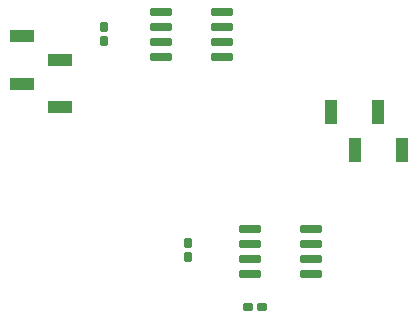
<source format=gbr>
%TF.GenerationSoftware,KiCad,Pcbnew,(6.0.10)*%
%TF.CreationDate,2023-03-04T21:34:46+00:00*%
%TF.ProjectId,INS_CW2_ABB_2,494e535f-4357-4325-9f41-42425f322e6b,rev?*%
%TF.SameCoordinates,Original*%
%TF.FileFunction,Soldermask,Top*%
%TF.FilePolarity,Negative*%
%FSLAX46Y46*%
G04 Gerber Fmt 4.6, Leading zero omitted, Abs format (unit mm)*
G04 Created by KiCad (PCBNEW (6.0.10)) date 2023-03-04 21:34:46*
%MOMM*%
%LPD*%
G01*
G04 APERTURE LIST*
G04 Aperture macros list*
%AMRoundRect*
0 Rectangle with rounded corners*
0 $1 Rounding radius*
0 $2 $3 $4 $5 $6 $7 $8 $9 X,Y pos of 4 corners*
0 Add a 4 corners polygon primitive as box body*
4,1,4,$2,$3,$4,$5,$6,$7,$8,$9,$2,$3,0*
0 Add four circle primitives for the rounded corners*
1,1,$1+$1,$2,$3*
1,1,$1+$1,$4,$5*
1,1,$1+$1,$6,$7*
1,1,$1+$1,$8,$9*
0 Add four rect primitives between the rounded corners*
20,1,$1+$1,$2,$3,$4,$5,0*
20,1,$1+$1,$4,$5,$6,$7,0*
20,1,$1+$1,$6,$7,$8,$9,0*
20,1,$1+$1,$8,$9,$2,$3,0*%
G04 Aperture macros list end*
%ADD10RoundRect,0.210000X-0.160000X0.197500X-0.160000X-0.197500X0.160000X-0.197500X0.160000X0.197500X0*%
%ADD11RoundRect,0.210000X0.197500X0.160000X-0.197500X0.160000X-0.197500X-0.160000X0.197500X-0.160000X0*%
%ADD12RoundRect,0.050000X-0.450000X1.000000X-0.450000X-1.000000X0.450000X-1.000000X0.450000X1.000000X0*%
%ADD13RoundRect,0.050000X-1.000000X-0.450000X1.000000X-0.450000X1.000000X0.450000X-1.000000X0.450000X0*%
%ADD14RoundRect,0.050000X-0.875000X-0.295000X0.875000X-0.295000X0.875000X0.295000X-0.875000X0.295000X0*%
G04 APERTURE END LIST*
D10*
%TO.C,R2*%
X120295500Y-78396500D03*
X120295500Y-79591500D03*
%TD*%
D11*
%TO.C,R1*%
X126555000Y-83820000D03*
X125360000Y-83820000D03*
%TD*%
D10*
%TO.C,R3*%
X113157000Y-60071000D03*
X113157000Y-61266000D03*
%TD*%
D12*
%TO.C,J2*%
X138398000Y-70510000D03*
X136398000Y-67310000D03*
X134398000Y-70510000D03*
X132398000Y-67310000D03*
%TD*%
D13*
%TO.C,J1*%
X106263000Y-60903500D03*
X109463000Y-62903500D03*
X106263000Y-64903500D03*
X109463000Y-66903500D03*
%TD*%
D14*
%TO.C,IC2*%
X117983000Y-58801000D03*
X117983000Y-60071000D03*
X117983000Y-61341000D03*
X117983000Y-62611000D03*
X123153000Y-62611000D03*
X123153000Y-61341000D03*
X123153000Y-60071000D03*
X123153000Y-58801000D03*
%TD*%
%TO.C,IC1*%
X125558000Y-77216000D03*
X125558000Y-78486000D03*
X125558000Y-79756000D03*
X125558000Y-81026000D03*
X130728000Y-81026000D03*
X130728000Y-79756000D03*
X130728000Y-78486000D03*
X130728000Y-77216000D03*
%TD*%
M02*

</source>
